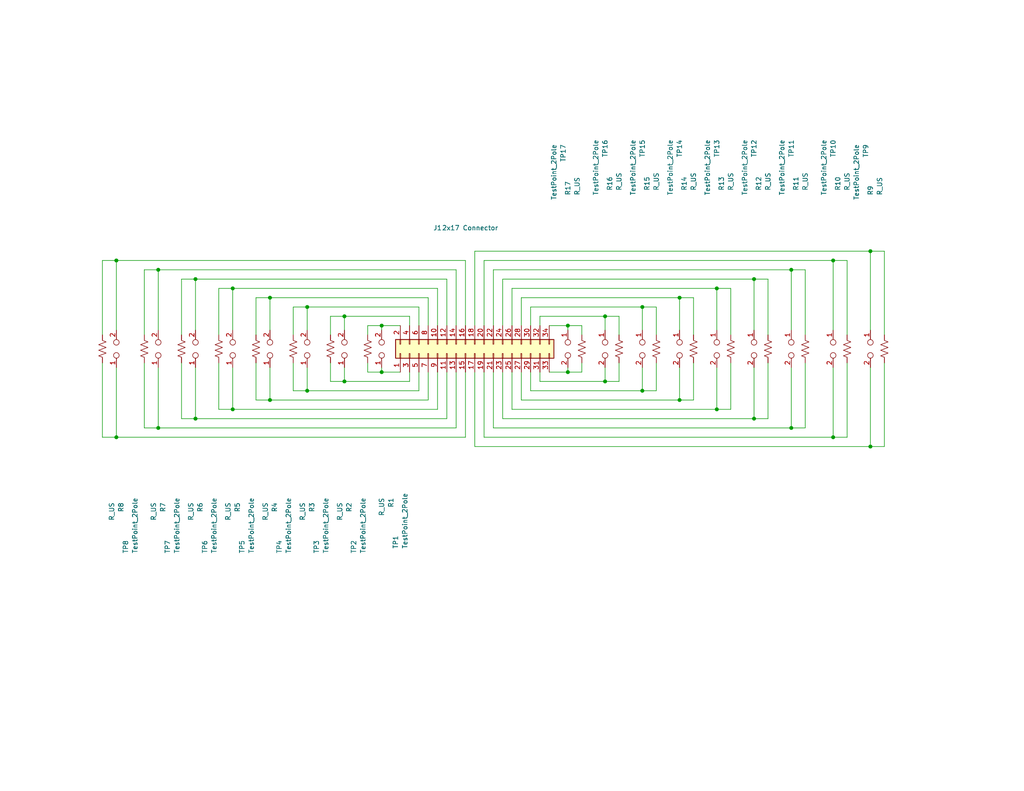
<source format=kicad_sch>
(kicad_sch (version 20211123) (generator eeschema)
  (paper "USLetter")
  (title_block (title "Temps Pass Through North") (date "2022-10-24") (rev "A") (company "The Ohio State University"))
  (lib_symbols
    (symbol "Connector:TestPoint_2Pole" (pin_names (offset 0.762) hide)
      (property "Reference" "TP" (at 0 1.524 0))
      (property "Value" "TestPoint_2Pole" (at 0 -1.778 0))
      (symbol "TestPoint_2Pole_0_1"
        (circle (center -1.778 0) (radius 0.762))
        (circle (center 1.778 0) (radius 0.762))
        (pin passive line (at -5.08 0 0) (length 2.54) (name "1") (number "1"))
        (pin passive line (at 5.08 0 180) (length 2.54) (name "2") (number "2"))
      )
    )
    (symbol "Connector_Generic:Conn_02x17_Odd_Even" (pin_names (offset 1.016) hide)
      (property "Reference" "J" (at 1.27 22.86 0))
      (property "Value" "Conn_02x17_Odd_Even" (at 1.27 -22.86 0))
      (symbol "Conn_02x17_Odd_Even_1_1"
        (rectangle (start -1.27 -20.193) (end 0 -20.447) (stroke (width 0.1524)))
        (rectangle (start -1.27 -17.653) (end 0 -17.907) (stroke (width 0.1524)))
        (rectangle (start -1.27 -15.113) (end 0 -15.367) (stroke (width 0.1524)))
        (rectangle (start -1.27 -12.573) (end 0 -12.827) (stroke (width 0.1524)))
        (rectangle (start -1.27 -10.033) (end 0 -10.287) (stroke (width 0.1524)))
        (rectangle (start -1.27 -7.493) (end 0 -7.747) (stroke (width 0.1524)))
        (rectangle (start -1.27 -4.953) (end 0 -5.207) (stroke (width 0.1524)))
        (rectangle (start -1.27 -2.413) (end 0 -2.667) (stroke (width 0.1524)))
        (rectangle (start -1.27 0.127) (end 0 -0.127) (stroke (width 0.1524)))
        (rectangle (start -1.27 2.667) (end 0 2.413) (stroke (width 0.1524)))
        (rectangle (start -1.27 5.207) (end 0 4.953) (stroke (width 0.1524)))
        (rectangle (start -1.27 7.747) (end 0 7.493) (stroke (width 0.1524)))
        (rectangle (start -1.27 10.287) (end 0 10.033) (stroke (width 0.1524)))
        (rectangle (start -1.27 12.827) (end 0 12.573) (stroke (width 0.1524)))
        (rectangle (start -1.27 15.367) (end 0 15.113) (stroke (width 0.1524)))
        (rectangle (start -1.27 17.907) (end 0 17.653) (stroke (width 0.1524)))
        (rectangle (start -1.27 20.447) (end 0 20.193) (stroke (width 0.1524)))
        (rectangle (start -1.27 21.59) (end 3.81 -21.59) (stroke (width 0.254)) (fill (type background)))
        (rectangle (start 3.81 -20.193) (end 2.54 -20.447) (stroke (width 0.1524)))
        (rectangle (start 3.81 -17.653) (end 2.54 -17.907) (stroke (width 0.1524)))
        (rectangle (start 3.81 -15.113) (end 2.54 -15.367) (stroke (width 0.1524)))
        (rectangle (start 3.81 -12.573) (end 2.54 -12.827) (stroke (width 0.1524)))
        (rectangle (start 3.81 -10.033) (end 2.54 -10.287) (stroke (width 0.1524)))
        (rectangle (start 3.81 -7.493) (end 2.54 -7.747) (stroke (width 0.1524)))
        (rectangle (start 3.81 -4.953) (end 2.54 -5.207) (stroke (width 0.1524)))
        (rectangle (start 3.81 -2.413) (end 2.54 -2.667) (stroke (width 0.1524)))
        (rectangle (start 3.81 0.127) (end 2.54 -0.127) (stroke (width 0.1524)))
        (rectangle (start 3.81 2.667) (end 2.54 2.413) (stroke (width 0.1524)))
        (rectangle (start 3.81 5.207) (end 2.54 4.953) (stroke (width 0.1524)))
        (rectangle (start 3.81 7.747) (end 2.54 7.493) (stroke (width 0.1524)))
        (rectangle (start 3.81 10.287) (end 2.54 10.033) (stroke (width 0.1524)))
        (rectangle (start 3.81 12.827) (end 2.54 12.573) (stroke (width 0.1524)))
        (rectangle (start 3.81 15.367) (end 2.54 15.113) (stroke (width 0.1524)))
        (rectangle (start 3.81 17.907) (end 2.54 17.653) (stroke (width 0.1524)))
        (rectangle (start 3.81 20.447) (end 2.54 20.193) (stroke (width 0.1524)))
        (pin passive line (at -5.08 20.32 0) (length 3.81) (name "Pin_1") (number "1"))
        (pin passive line (at 7.62 10.16 180) (length 3.81) (name "Pin_10") (number "10"))
        (pin passive line (at -5.08 7.62 0) (length 3.81) (name "Pin_11") (number "11"))
        (pin passive line (at 7.62 7.62 180) (length 3.81) (name "Pin_12") (number "12"))
        (pin passive line (at -5.08 5.08 0) (length 3.81) (name "Pin_13") (number "13"))
        (pin passive line (at 7.62 5.08 180) (length 3.81) (name "Pin_14") (number "14"))
        (pin passive line (at -5.08 2.54 0) (length 3.81) (name "Pin_15") (number "15"))
        (pin passive line (at 7.62 2.54 180) (length 3.81) (name "Pin_16") (number "16"))
        (pin passive line (at -5.08 0 0) (length 3.81) (name "Pin_17") (number "17"))
        (pin passive line (at 7.62 0 180) (length 3.81) (name "Pin_18") (number "18"))
        (pin passive line (at -5.08 -2.54 0) (length 3.81) (name "Pin_19") (number "19"))
        (pin passive line (at 7.62 20.32 180) (length 3.81) (name "Pin_2") (number "2"))
        (pin passive line (at 7.62 -2.54 180) (length 3.81) (name "Pin_20") (number "20"))
        (pin passive line (at -5.08 -5.08 0) (length 3.81) (name "Pin_21") (number "21"))
        (pin passive line (at 7.62 -5.08 180) (length 3.81) (name "Pin_22") (number "22"))
        (pin passive line (at -5.08 -7.62 0) (length 3.81) (name "Pin_23") (number "23"))
        (pin passive line (at 7.62 -7.62 180) (length 3.81) (name "Pin_24") (number "24"))
        (pin passive line (at -5.08 -10.16 0) (length 3.81) (name "Pin_25") (number "25"))
        (pin passive line (at 7.62 -10.16 180) (length 3.81) (name "Pin_26") (number "26"))
        (pin passive line (at -5.08 -12.7 0) (length 3.81) (name "Pin_27") (number "27"))
        (pin passive line (at 7.62 -12.7 180) (length 3.81) (name "Pin_28") (number "28"))
        (pin passive line (at -5.08 -15.24 0) (length 3.81) (name "Pin_29") (number "29"))
        (pin passive line (at -5.08 17.78 0) (length 3.81) (name "Pin_3") (number "3"))
        (pin passive line (at 7.62 -15.24 180) (length 3.81) (name "Pin_30") (number "30"))
        (pin passive line (at -5.08 -17.78 0) (length 3.81) (name "Pin_31") (number "31"))
        (pin passive line (at 7.62 -17.78 180) (length 3.81) (name "Pin_32") (number "32"))
        (pin passive line (at -5.08 -20.32 0) (length 3.81) (name "Pin_33") (number "33"))
        (pin passive line (at 7.62 -20.32 180) (length 3.81) (name "Pin_34") (number "34"))
        (pin passive line (at 7.62 17.78 180) (length 3.81) (name "Pin_4") (number "4"))
        (pin passive line (at -5.08 15.24 0) (length 3.81) (name "Pin_5") (number "5"))
        (pin passive line (at 7.62 15.24 180) (length 3.81) (name "Pin_6") (number "6"))
        (pin passive line (at -5.08 12.7 0) (length 3.81) (name "Pin_7") (number "7"))
        (pin passive line (at 7.62 12.7 180) (length 3.81) (name "Pin_8") (number "8"))
        (pin passive line (at -5.08 10.16 0) (length 3.81) (name "Pin_9") (number "9"))
      )
    )
    (symbol "Device:R_US" (pin_numbers hide) (pin_names (offset 0))
      (property "Reference" "R" (at 2.54 0 90))
      (property "Value" "R_US" (at -2.54 0 90))
      (symbol "R_US_0_1"
        (polyline (pts (xy 0 -2.286) (xy 0 -2.54)))
        (polyline (pts (xy 0 2.286) (xy 0 2.54)))
        (polyline (pts (xy 0 -0.762) (xy 1.016 -1.143) (xy 0 -1.524) (xy -1.016 -1.905) (xy 0 -2.286)))
        (polyline (pts (xy 0 0.762) (xy 1.016 0.381) (xy 0 0) (xy -1.016 -0.381) (xy 0 -0.762)))
        (polyline (pts (xy 0 2.286) (xy 1.016 1.905) (xy 0 1.524) (xy -1.016 1.143) (xy 0 0.762)))
      )
      (symbol "R_US_1_1"
        (pin passive line (at 0 3.81 270) (length 1.27) (name "~") (number "1"))
        (pin passive line (at 0 -3.81 90) (length 1.27) (name "~") (number "2"))
      )
    )
  )
  (junction (at 43.18 73.66))
  (junction (at 104.14 101.6))
  (junction (at 53.34 76.2))
  (junction (at 227.33 71.12))
  (junction (at 205.74 76.2))
  (junction (at 53.34 114.3))
  (junction (at 104.14 88.9))
  (junction (at 154.94 88.9))
  (junction (at 185.42 109.22))
  (junction (at 43.18 116.84))
  (junction (at 165.1 86.36))
  (junction (at 175.26 106.68))
  (junction (at 73.66 109.22))
  (junction (at 195.58 111.76))
  (junction (at 83.82 83.82))
  (junction (at 205.74 114.3))
  (junction (at 215.9 73.66))
  (junction (at 73.66 81.28))
  (junction (at 63.5 111.76))
  (junction (at 237.49 121.92))
  (junction (at 93.98 86.36))
  (junction (at 63.5 78.74))
  (junction (at 93.98 104.14))
  (junction (at 215.9 116.84))
  (junction (at 227.33 119.38))
  (junction (at 175.26 83.82))
  (junction (at 31.75 119.38))
  (junction (at 154.94 101.6))
  (junction (at 237.49 68.58))
  (junction (at 185.42 81.28))
  (junction (at 165.1 104.14))
  (junction (at 31.75 71.12))
  (junction (at 83.82 106.68))
  (junction (at 195.58 78.74))
  (wire (pts (xy 104.14 90.17) (xy 104.14 88.9)))
  (wire (pts (xy 199.39 78.74) (xy 199.39 91.44)))
  (wire (pts (xy 53.34 114.3) (xy 49.53 114.3)))
  (wire (pts (xy 205.74 100.33) (xy 205.74 114.3)))
  (wire (pts (xy 114.3 101.6) (xy 114.3 106.68)))
  (wire (pts (xy 142.24 81.28) (xy 185.42 81.28)))
  (wire (pts (xy 121.92 76.2) (xy 121.92 88.9)))
  (wire (pts (xy 111.76 101.6) (xy 111.76 104.14)))
  (wire (pts (xy 205.74 76.2) (xy 205.74 90.17)))
  (wire (pts (xy 104.14 101.6) (xy 100.33 101.6)))
  (wire (pts (xy 139.7 111.76) (xy 195.58 111.76)))
  (wire (pts (xy 31.75 119.38) (xy 27.94 119.38)))
  (wire (pts (xy 31.75 71.12) (xy 27.94 71.12)))
  (wire (pts (xy 185.42 81.28) (xy 185.42 90.17)))
  (wire (pts (xy 83.82 90.17) (xy 83.82 83.82)))
  (wire (pts (xy 195.58 111.76) (xy 199.39 111.76)))
  (wire (pts (xy 237.49 100.33) (xy 237.49 121.92)))
  (wire (pts (xy 227.33 119.38) (xy 231.14 119.38)))
  (wire (pts (xy 134.62 116.84) (xy 215.9 116.84)))
  (wire (pts (xy 114.3 83.82) (xy 83.82 83.82)))
  (wire (pts (xy 127 71.12) (xy 31.75 71.12)))
  (wire (pts (xy 59.69 91.44) (xy 59.69 78.74)))
  (wire (pts (xy 63.5 78.74) (xy 59.69 78.74)))
  (wire (pts (xy 80.01 91.44) (xy 80.01 83.82)))
  (wire (pts (xy 149.86 88.9) (xy 154.94 88.9)))
  (wire (pts (xy 175.26 83.82) (xy 175.26 90.17)))
  (wire (pts (xy 168.91 99.06) (xy 168.91 104.14)))
  (wire (pts (xy 100.33 91.44) (xy 100.33 88.9)))
  (wire (pts (xy 119.38 101.6) (xy 119.38 111.76)))
  (wire (pts (xy 142.24 81.28) (xy 142.24 88.9)))
  (wire (pts (xy 43.18 90.17) (xy 43.18 73.66)))
  (wire (pts (xy 215.9 100.33) (xy 215.9 116.84)))
  (wire (pts (xy 137.16 101.6) (xy 137.16 114.3)))
  (wire (pts (xy 90.17 91.44) (xy 90.17 86.36)))
  (wire (pts (xy 237.49 121.92) (xy 241.3 121.92)))
  (wire (pts (xy 215.9 73.66) (xy 219.71 73.66)))
  (wire (pts (xy 227.33 71.12) (xy 227.33 90.17)))
  (wire (pts (xy 144.78 83.82) (xy 144.78 88.9)))
  (wire (pts (xy 179.07 83.82) (xy 179.07 91.44)))
  (wire (pts (xy 175.26 106.68) (xy 179.07 106.68)))
  (wire (pts (xy 134.62 73.66) (xy 134.62 88.9)))
  (wire (pts (xy 129.54 121.92) (xy 237.49 121.92)))
  (wire (pts (xy 111.76 86.36) (xy 111.76 88.9)))
  (wire (pts (xy 185.42 109.22) (xy 189.23 109.22)))
  (wire (pts (xy 27.94 119.38) (xy 27.94 99.06)))
  (wire (pts (xy 43.18 116.84) (xy 43.18 100.33)))
  (wire (pts (xy 132.08 101.6) (xy 132.08 119.38)))
  (wire (pts (xy 144.78 106.68) (xy 175.26 106.68)))
  (wire (pts (xy 111.76 86.36) (xy 93.98 86.36)))
  (wire (pts (xy 165.1 100.33) (xy 165.1 104.14)))
  (wire (pts (xy 100.33 101.6) (xy 100.33 99.06)))
  (wire (pts (xy 219.71 73.66) (xy 219.71 91.44)))
  (wire (pts (xy 185.42 81.28) (xy 189.23 81.28)))
  (wire (pts (xy 31.75 90.17) (xy 31.75 71.12)))
  (wire (pts (xy 73.66 109.22) (xy 73.66 100.33)))
  (wire (pts (xy 189.23 99.06) (xy 189.23 109.22)))
  (wire (pts (xy 231.14 71.12) (xy 231.14 91.44)))
  (wire (pts (xy 231.14 99.06) (xy 231.14 119.38)))
  (wire (pts (xy 121.92 101.6) (xy 121.92 114.3)))
  (wire (pts (xy 109.22 88.9) (xy 104.14 88.9)))
  (wire (pts (xy 63.5 111.76) (xy 59.69 111.76)))
  (wire (pts (xy 165.1 86.36) (xy 165.1 90.17)))
  (wire (pts (xy 43.18 116.84) (xy 39.37 116.84)))
  (wire (pts (xy 195.58 100.33) (xy 195.58 111.76)))
  (wire (pts (xy 241.3 68.58) (xy 241.3 91.44)))
  (wire (pts (xy 237.49 68.58) (xy 237.49 90.17)))
  (wire (pts (xy 104.14 88.9) (xy 100.33 88.9)))
  (wire (pts (xy 31.75 119.38) (xy 31.75 100.33)))
  (wire (pts (xy 127 101.6) (xy 127 119.38)))
  (wire (pts (xy 137.16 114.3) (xy 205.74 114.3)))
  (wire (pts (xy 73.66 90.17) (xy 73.66 81.28)))
  (wire (pts (xy 215.9 116.84) (xy 219.71 116.84)))
  (wire (pts (xy 179.07 99.06) (xy 179.07 106.68)))
  (wire (pts (xy 165.1 104.14) (xy 168.91 104.14)))
  (wire (pts (xy 158.75 99.06) (xy 158.75 101.6)))
  (wire (pts (xy 149.86 101.6) (xy 154.94 101.6)))
  (wire (pts (xy 116.84 109.22) (xy 73.66 109.22)))
  (wire (pts (xy 104.14 101.6) (xy 104.14 100.33)))
  (wire (pts (xy 124.46 101.6) (xy 124.46 116.84)))
  (wire (pts (xy 73.66 109.22) (xy 69.85 109.22)))
  (wire (pts (xy 209.55 76.2) (xy 209.55 91.44)))
  (wire (pts (xy 158.75 88.9) (xy 158.75 91.44)))
  (wire (pts (xy 129.54 68.58) (xy 129.54 88.9)))
  (wire (pts (xy 129.54 101.6) (xy 129.54 121.92)))
  (wire (pts (xy 134.62 101.6) (xy 134.62 116.84)))
  (wire (pts (xy 137.16 76.2) (xy 137.16 88.9)))
  (wire (pts (xy 205.74 76.2) (xy 209.55 76.2)))
  (wire (pts (xy 237.49 68.58) (xy 241.3 68.58)))
  (wire (pts (xy 142.24 109.22) (xy 185.42 109.22)))
  (wire (pts (xy 49.53 114.3) (xy 49.53 99.06)))
  (wire (pts (xy 53.34 76.2) (xy 49.53 76.2)))
  (wire (pts (xy 43.18 73.66) (xy 39.37 73.66)))
  (wire (pts (xy 116.84 101.6) (xy 116.84 109.22)))
  (wire (pts (xy 227.33 100.33) (xy 227.33 119.38)))
  (wire (pts (xy 93.98 90.17) (xy 93.98 86.36)))
  (wire (pts (xy 241.3 99.06) (xy 241.3 121.92)))
  (wire (pts (xy 127 71.12) (xy 127 88.9)))
  (wire (pts (xy 109.22 101.6) (xy 104.14 101.6)))
  (wire (pts (xy 116.84 81.28) (xy 116.84 88.9)))
  (wire (pts (xy 63.5 111.76) (xy 63.5 100.33)))
  (wire (pts (xy 39.37 116.84) (xy 39.37 99.06)))
  (wire (pts (xy 90.17 104.14) (xy 90.17 99.06)))
  (wire (pts (xy 124.46 116.84) (xy 43.18 116.84)))
  (wire (pts (xy 80.01 106.68) (xy 80.01 99.06)))
  (wire (pts (xy 119.38 111.76) (xy 63.5 111.76)))
  (wire (pts (xy 39.37 91.44) (xy 39.37 73.66)))
  (wire (pts (xy 119.38 78.74) (xy 63.5 78.74)))
  (wire (pts (xy 63.5 90.17) (xy 63.5 78.74)))
  (wire (pts (xy 165.1 86.36) (xy 168.91 86.36)))
  (wire (pts (xy 129.54 68.58) (xy 237.49 68.58)))
  (wire (pts (xy 119.38 78.74) (xy 119.38 88.9)))
  (wire (pts (xy 83.82 106.68) (xy 80.01 106.68)))
  (wire (pts (xy 195.58 78.74) (xy 195.58 90.17)))
  (wire (pts (xy 195.58 78.74) (xy 199.39 78.74)))
  (wire (pts (xy 124.46 73.66) (xy 43.18 73.66)))
  (wire (pts (xy 69.85 109.22) (xy 69.85 99.06)))
  (wire (pts (xy 154.94 101.6) (xy 158.75 101.6)))
  (wire (pts (xy 132.08 119.38) (xy 227.33 119.38)))
  (wire (pts (xy 111.76 104.14) (xy 93.98 104.14)))
  (wire (pts (xy 127 119.38) (xy 31.75 119.38)))
  (wire (pts (xy 27.94 91.44) (xy 27.94 71.12)))
  (wire (pts (xy 209.55 99.06) (xy 209.55 114.3)))
  (wire (pts (xy 114.3 83.82) (xy 114.3 88.9)))
  (wire (pts (xy 53.34 114.3) (xy 53.34 100.33)))
  (wire (pts (xy 139.7 78.74) (xy 139.7 88.9)))
  (wire (pts (xy 116.84 81.28) (xy 73.66 81.28)))
  (wire (pts (xy 49.53 91.44) (xy 49.53 76.2)))
  (wire (pts (xy 114.3 106.68) (xy 83.82 106.68)))
  (wire (pts (xy 69.85 91.44) (xy 69.85 81.28)))
  (wire (pts (xy 132.08 71.12) (xy 132.08 88.9)))
  (wire (pts (xy 154.94 100.33) (xy 154.94 101.6)))
  (wire (pts (xy 199.39 99.06) (xy 199.39 111.76)))
  (wire (pts (xy 175.26 83.82) (xy 179.07 83.82)))
  (wire (pts (xy 59.69 111.76) (xy 59.69 99.06)))
  (wire (pts (xy 147.32 101.6) (xy 147.32 104.14)))
  (wire (pts (xy 83.82 83.82) (xy 80.01 83.82)))
  (wire (pts (xy 219.71 99.06) (xy 219.71 116.84)))
  (wire (pts (xy 175.26 100.33) (xy 175.26 106.68)))
  (wire (pts (xy 93.98 86.36) (xy 90.17 86.36)))
  (wire (pts (xy 134.62 73.66) (xy 215.9 73.66)))
  (wire (pts (xy 139.7 101.6) (xy 139.7 111.76)))
  (wire (pts (xy 147.32 86.36) (xy 165.1 86.36)))
  (wire (pts (xy 137.16 76.2) (xy 205.74 76.2)))
  (wire (pts (xy 121.92 76.2) (xy 53.34 76.2)))
  (wire (pts (xy 124.46 73.66) (xy 124.46 88.9)))
  (wire (pts (xy 73.66 81.28) (xy 69.85 81.28)))
  (wire (pts (xy 205.74 114.3) (xy 209.55 114.3)))
  (wire (pts (xy 147.32 104.14) (xy 165.1 104.14)))
  (wire (pts (xy 185.42 100.33) (xy 185.42 109.22)))
  (wire (pts (xy 168.91 86.36) (xy 168.91 91.44)))
  (wire (pts (xy 53.34 90.17) (xy 53.34 76.2)))
  (wire (pts (xy 189.23 81.28) (xy 189.23 91.44)))
  (wire (pts (xy 144.78 83.82) (xy 175.26 83.82)))
  (wire (pts (xy 121.92 114.3) (xy 53.34 114.3)))
  (wire (pts (xy 215.9 73.66) (xy 215.9 90.17)))
  (wire (pts (xy 132.08 71.12) (xy 227.33 71.12)))
  (wire (pts (xy 144.78 101.6) (xy 144.78 106.68)))
  (wire (pts (xy 83.82 106.68) (xy 83.82 100.33)))
  (wire (pts (xy 93.98 104.14) (xy 93.98 100.33)))
  (wire (pts (xy 139.7 78.74) (xy 195.58 78.74)))
  (wire (pts (xy 147.32 86.36) (xy 147.32 88.9)))
  (wire (pts (xy 93.98 104.14) (xy 90.17 104.14)))
  (wire (pts (xy 227.33 71.12) (xy 231.14 71.12)))
  (wire (pts (xy 142.24 101.6) (xy 142.24 109.22)))
  (wire (pts (xy 154.94 88.9) (xy 158.75 88.9)))
  (wire (pts (xy 154.94 88.9) (xy 154.94 90.17)))
  (symbol (lib_id "Connector:TestPoint_2Pole") (at 154.94 95.25 270) (unit 1)
    (property "Reference" "TP17" (at 153.67 39.37 0) (effects (justify left)))
    (property "Value" "TestPoint_2Pole" (at 151.13 39.37 0) (effects (justify left)))
  )
  (symbol (lib_id "Connector:TestPoint_2Pole") (at 43.18 95.25 90) (unit 1)
    (property "Reference" "TP7" (at 45.72 151.13 0) (effects (justify left)))
    (property "Value" "TestPoint_2Pole" (at 48.26 151.13 0) (effects (justify left)))
  )
  (symbol (lib_id "Device:R_US") (at 80.01 95.25 0) (unit 1)
    (property "Reference" "R3" (at 85.09 137.16 90) (effects (justify right)))
    (property "Value" "R_US" (at 82.55 137.16 90) (effects (justify right)))
    (property "Footprint" "Resistor_SMD:R_0603_1608Metric_Pad0.98x0.95mm_HandSolder" (effects hide))
  )
  (symbol (lib_id "Connector:TestPoint_2Pole") (at 31.75 95.25 90) (unit 1)
    (property "Reference" "TP8" (at 34.29 151.13 0) (effects (justify left)))
    (property "Value" "TestPoint_2Pole" (at 36.83 151.13 0) (effects (justify left)))
  )
  (symbol (lib_id "Device:R_US") (at 90.17 95.25 0) (unit 1)
    (property "Reference" "R2" (at 95.25 137.16 90) (effects (justify right)))
    (property "Value" "R_US" (at 92.71 137.16 90) (effects (justify right)))
    (property "Footprint" "Resistor_SMD:R_0603_1608Metric_Pad0.98x0.95mm_HandSolder" (effects hide))
  )
  (symbol (lib_id "Connector:TestPoint_2Pole") (at 93.98 95.25 90) (unit 1)
    (property "Reference" "TP2" (at 96.52 151.13 0) (effects (justify left)))
    (property "Value" "TestPoint_2Pole" (at 99.06 151.13 0) (effects (justify left)))
  )
  (symbol (lib_id "Connector:TestPoint_2Pole") (at 185.42 95.25 270) (unit 1)
    (property "Reference" "TP14" (at 185.42 38.1 0) (effects (justify left)))
    (property "Value" "TestPoint_2Pole" (at 182.88 38.1 0) (effects (justify left)))
  )
  (symbol (lib_id "Connector_Generic:Conn_02x17_Odd_Even") (at 129.54 96.52 90) (unit 1)
    (property "Reference" "J1" (at 119.38 62.23 90))
    (property "Value" "2x17 Connector" (at 128.27 62.23 90))
    (property "Footprint" "HELIX:HELIX_DCT_ICDconnector34pin_corrected" (effects hide))
  )
  (symbol (lib_id "Device:R_US") (at 209.55 95.25 180) (unit 1)
    (property "Reference" "R12" (at 207.01 52.07 90) (effects (justify right)))
    (property "Value" "R_US" (at 209.55 52.07 90) (effects (justify right)))
    (property "Footprint" "Resistor_SMD:R_0603_1608Metric_Pad0.98x0.95mm_HandSolder" (effects hide))
  )
  (symbol (lib_id "Connector:TestPoint_2Pole") (at 215.9 95.25 270) (unit 1)
    (property "Reference" "TP11" (at 215.9 38.1 0) (effects (justify left)))
    (property "Value" "TestPoint_2Pole" (at 213.36 38.1 0) (effects (justify left)))
  )
  (symbol (lib_id "Connector:TestPoint_2Pole") (at 73.66 95.25 90) (unit 1)
    (property "Reference" "TP4" (at 76.2 151.13 0) (effects (justify left)))
    (property "Value" "TestPoint_2Pole" (at 78.74 151.13 0) (effects (justify left)))
  )
  (symbol (lib_id "Connector:TestPoint_2Pole") (at 104.14 95.25 90) (unit 1)
    (property "Reference" "TP1" (at 107.95 149.86 0) (effects (justify left)))
    (property "Value" "TestPoint_2Pole" (at 110.49 149.86 0) (effects (justify left)))
  )
  (symbol (lib_id "Device:R_US") (at 27.94 95.25 0) (unit 1)
    (property "Reference" "R8" (at 33.02 137.16 90) (effects (justify right)))
    (property "Value" "R_US" (at 30.48 137.16 90) (effects (justify right)))
    (property "Footprint" "Resistor_SMD:R_0603_1608Metric_Pad0.98x0.95mm_HandSolder" (effects hide))
  )
  (symbol (lib_id "Device:R_US") (at 231.14 95.25 180) (unit 1)
    (property "Reference" "R10" (at 228.6 52.07 90) (effects (justify right)))
    (property "Value" "R_US" (at 231.14 52.07 90) (effects (justify right)))
    (property "Footprint" "Resistor_SMD:R_0603_1608Metric_Pad0.98x0.95mm_HandSolder" (effects hide))
  )
  (symbol (lib_id "Connector:TestPoint_2Pole") (at 175.26 95.25 270) (unit 1)
    (property "Reference" "TP15" (at 175.26 38.1 0) (effects (justify left)))
    (property "Value" "TestPoint_2Pole" (at 172.72 38.1 0) (effects (justify left)))
  )
  (symbol (lib_id "Connector:TestPoint_2Pole") (at 237.49 95.25 270) (unit 1)
    (property "Reference" "TP9" (at 236.22 39.37 0) (effects (justify left)))
    (property "Value" "TestPoint_2Pole" (at 233.68 39.37 0) (effects (justify left)))
  )
  (symbol (lib_id "Connector:TestPoint_2Pole") (at 63.5 95.25 90) (unit 1)
    (property "Reference" "TP5" (at 66.04 151.13 0) (effects (justify left)))
    (property "Value" "TestPoint_2Pole" (at 68.58 151.13 0) (effects (justify left)))
  )
  (symbol (lib_id "Device:R_US") (at 158.75 95.25 180) (unit 1)
    (property "Reference" "R17" (at 154.94 53.34 90) (effects (justify right)))
    (property "Value" "R_US" (at 157.48 53.34 90) (effects (justify right)))
    (property "Footprint" "Resistor_SMD:R_0603_1608Metric_Pad0.98x0.95mm_HandSolder" (effects hide))
  )
  (symbol (lib_id "Connector:TestPoint_2Pole") (at 205.74 95.25 270) (unit 1)
    (property "Reference" "TP12" (at 205.74 38.1 0) (effects (justify left)))
    (property "Value" "TestPoint_2Pole" (at 203.2 38.1 0) (effects (justify left)))
  )
  (symbol (lib_id "Device:R_US") (at 199.39 95.25 180) (unit 1)
    (property "Reference" "R13" (at 196.85 52.07 90) (effects (justify right)))
    (property "Value" "R_US" (at 199.39 52.07 90) (effects (justify right)))
    (property "Footprint" "Resistor_SMD:R_0603_1608Metric_Pad0.98x0.95mm_HandSolder" (effects hide))
  )
  (symbol (lib_id "Connector:TestPoint_2Pole") (at 195.58 95.25 270) (unit 1)
    (property "Reference" "TP13" (at 195.58 38.1 0) (effects (justify left)))
    (property "Value" "TestPoint_2Pole" (at 193.04 38.1 0) (effects (justify left)))
  )
  (symbol (lib_id "Device:R_US") (at 189.23 95.25 180) (unit 1)
    (property "Reference" "R14" (at 186.69 52.07 90) (effects (justify right)))
    (property "Value" "R_US" (at 189.23 52.07 90) (effects (justify right)))
    (property "Footprint" "Resistor_SMD:R_0603_1608Metric_Pad0.98x0.95mm_HandSolder" (effects hide))
  )
  (symbol (lib_id "Connector:TestPoint_2Pole") (at 83.82 95.25 90) (unit 1)
    (property "Reference" "TP3" (at 86.36 151.13 0) (effects (justify left)))
    (property "Value" "TestPoint_2Pole" (at 88.9 151.13 0) (effects (justify left)))
  )
  (symbol (lib_id "Device:R_US") (at 100.33 95.25 0) (unit 1)
    (property "Reference" "R1" (at 106.68 135.89 90) (effects (justify right)))
    (property "Value" "R_US" (at 104.14 135.89 90) (effects (justify right)))
    (property "Footprint" "Resistor_SMD:R_0603_1608Metric_Pad0.98x0.95mm_HandSolder" (effects hide))
  )
  (symbol (lib_id "Device:R_US") (at 168.91 95.25 180) (unit 1)
    (property "Reference" "R16" (at 166.37 52.07 90) (effects (justify right)))
    (property "Value" "R_US" (at 168.91 52.07 90) (effects (justify right)))
    (property "Footprint" "Resistor_SMD:R_0603_1608Metric_Pad0.98x0.95mm_HandSolder" (effects hide))
  )
  (symbol (lib_id "Device:R_US") (at 219.71 95.25 180) (unit 1)
    (property "Reference" "R11" (at 217.17 52.07 90) (effects (justify right)))
    (property "Value" "R_US" (at 219.71 52.07 90) (effects (justify right)))
    (property "Footprint" "Resistor_SMD:R_0603_1608Metric_Pad0.98x0.95mm_HandSolder" (effects hide))
  )
  (symbol (lib_id "Device:R_US") (at 49.53 95.25 0) (unit 1)
    (property "Reference" "R6" (at 54.61 137.16 90) (effects (justify right)))
    (property "Value" "R_US" (at 52.07 137.16 90) (effects (justify right)))
    (property "Footprint" "Resistor_SMD:R_0603_1608Metric_Pad0.98x0.95mm_HandSolder" (effects hide))
  )
  (symbol (lib_id "Device:R_US") (at 39.37 95.25 0) (unit 1)
    (property "Reference" "R7" (at 44.45 137.16 90) (effects (justify right)))
    (property "Value" "R_US" (at 41.91 137.16 90) (effects (justify right)))
    (property "Footprint" "Resistor_SMD:R_0603_1608Metric_Pad0.98x0.95mm_HandSolder" (effects hide))
  )
  (symbol (lib_id "Connector:TestPoint_2Pole") (at 227.33 95.25 270) (unit 1)
    (property "Reference" "TP10" (at 227.33 38.1 0) (effects (justify left)))
    (property "Value" "TestPoint_2Pole" (at 224.79 38.1 0) (effects (justify left)))
  )
  (symbol (lib_id "Connector:TestPoint_2Pole") (at 165.1 95.25 270) (unit 1)
    (property "Reference" "TP16" (at 165.1 38.1 0) (effects (justify left)))
    (property "Value" "TestPoint_2Pole" (at 162.56 38.1 0) (effects (justify left)))
  )
  (symbol (lib_id "Device:R_US") (at 241.3 95.25 180) (unit 1)
    (property "Reference" "R9" (at 237.49 53.34 90) (effects (justify right)))
    (property "Value" "R_US" (at 240.03 53.34 90) (effects (justify right)))
    (property "Footprint" "Resistor_SMD:R_0603_1608Metric_Pad0.98x0.95mm_HandSolder" (effects hide))
  )
  (symbol (lib_id "Device:R_US") (at 59.69 95.25 0) (unit 1)
    (property "Reference" "R5" (at 64.77 137.16 90) (effects (justify right)))
    (property "Value" "R_US" (at 62.23 137.16 90) (effects (justify right)))
    (property "Footprint" "Resistor_SMD:R_0603_1608Metric_Pad0.98x0.95mm_HandSolder" (effects hide))
  )
  (symbol (lib_id "Device:R_US") (at 69.85 95.25 0) (unit 1)
    (property "Reference" "R4" (at 74.93 137.16 90) (effects (justify right)))
    (property "Value" "R_US" (at 72.39 137.16 90) (effects (justify right)))
    (property "Footprint" "Resistor_SMD:R_0603_1608Metric_Pad0.98x0.95mm_HandSolder" (effects hide))
  )
  (symbol (lib_id "Device:R_US") (at 179.07 95.25 180) (unit 1)
    (property "Reference" "R15" (at 176.53 52.07 90) (effects (justify right)))
    (property "Value" "R_US" (at 179.07 52.07 90) (effects (justify right)))
    (property "Footprint" "Resistor_SMD:R_0603_1608Metric_Pad0.98x0.95mm_HandSolder" (effects hide))
  )
  (symbol (lib_id "Connector:TestPoint_2Pole") (at 53.34 95.25 90) (unit 1)
    (property "Reference" "TP6" (at 55.88 151.13 0) (effects (justify left)))
    (property "Value" "TestPoint_2Pole" (at 58.42 151.13 0) (effects (justify left)))
  )
)
</source>
